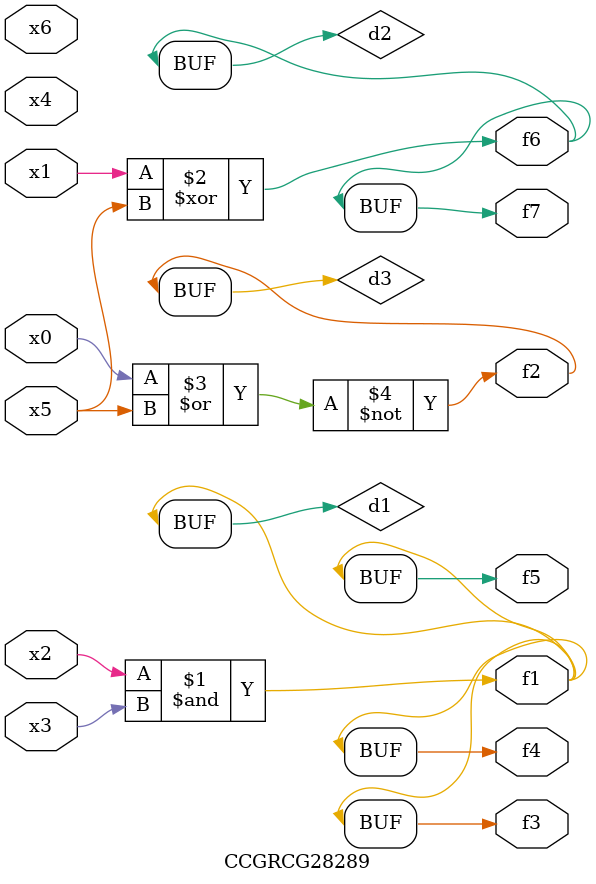
<source format=v>
module CCGRCG28289(
	input x0, x1, x2, x3, x4, x5, x6,
	output f1, f2, f3, f4, f5, f6, f7
);

	wire d1, d2, d3;

	and (d1, x2, x3);
	xor (d2, x1, x5);
	nor (d3, x0, x5);
	assign f1 = d1;
	assign f2 = d3;
	assign f3 = d1;
	assign f4 = d1;
	assign f5 = d1;
	assign f6 = d2;
	assign f7 = d2;
endmodule

</source>
